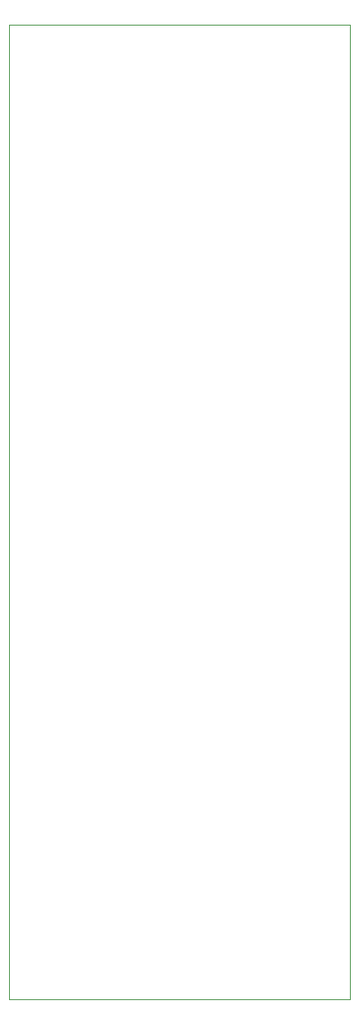
<source format=gbr>
%TF.GenerationSoftware,KiCad,Pcbnew,(6.0.0-0)*%
%TF.CreationDate,2022-11-09T20:37:39-05:00*%
%TF.ProjectId,VCO,56434f2e-6b69-4636-9164-5f7063625858,rev?*%
%TF.SameCoordinates,Original*%
%TF.FileFunction,Profile,NP*%
%FSLAX46Y46*%
G04 Gerber Fmt 4.6, Leading zero omitted, Abs format (unit mm)*
G04 Created by KiCad (PCBNEW (6.0.0-0)) date 2022-11-09 20:37:39*
%MOMM*%
%LPD*%
G01*
G04 APERTURE LIST*
%TA.AperFunction,Profile*%
%ADD10C,0.100000*%
%TD*%
G04 APERTURE END LIST*
D10*
X31496000Y-32766000D02*
X66548000Y-32766000D01*
X66548000Y-32766000D02*
X66548000Y-132842000D01*
X66548000Y-132842000D02*
X31496000Y-132842000D01*
X31496000Y-132842000D02*
X31496000Y-32766000D01*
M02*

</source>
